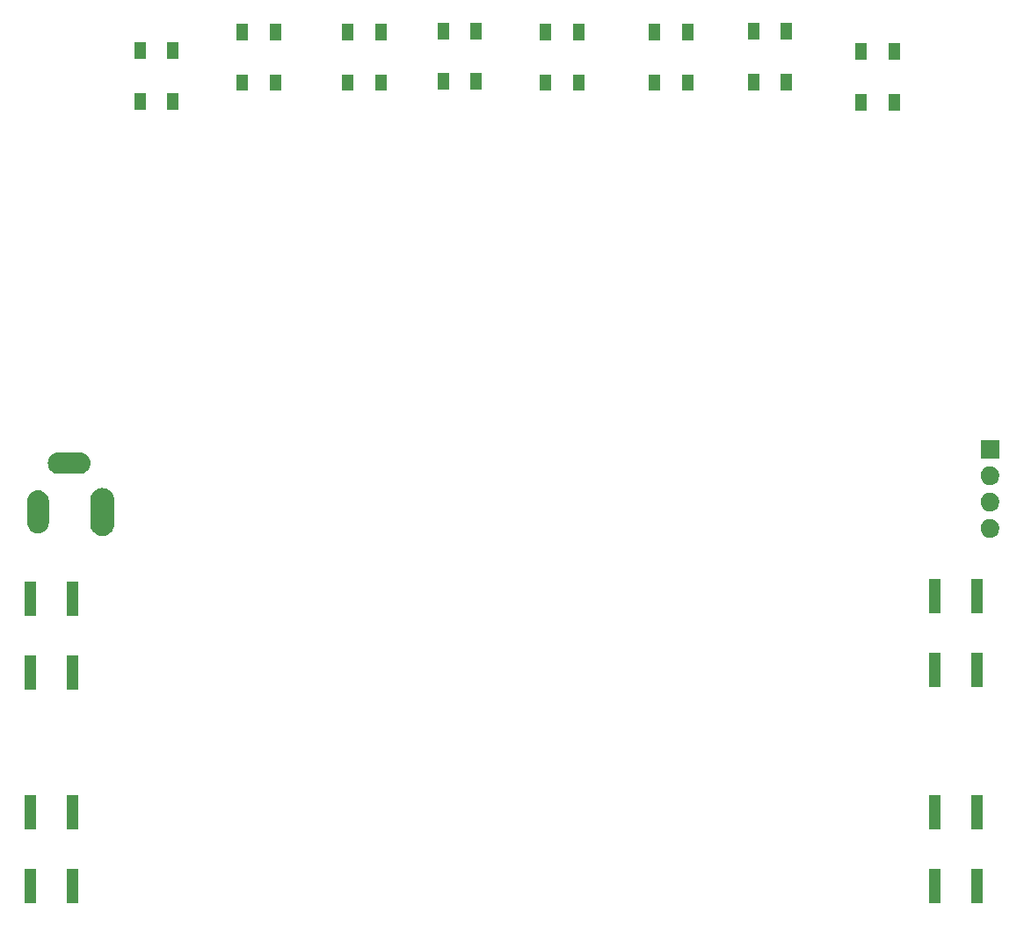
<source format=gbr>
%TF.GenerationSoftware,KiCad,Pcbnew,(5.1.5)-3*%
%TF.CreationDate,2020-05-13T22:14:54+03:00*%
%TF.ProjectId,dash-board,64617368-2d62-46f6-9172-642e6b696361,rev?*%
%TF.SameCoordinates,Original*%
%TF.FileFunction,Soldermask,Top*%
%TF.FilePolarity,Negative*%
%FSLAX46Y46*%
G04 Gerber Fmt 4.6, Leading zero omitted, Abs format (unit mm)*
G04 Created by KiCad (PCBNEW (5.1.5)-3) date 2020-05-13 22:14:54*
%MOMM*%
%LPD*%
G04 APERTURE LIST*
%ADD10C,0.100000*%
G04 APERTURE END LIST*
D10*
G36*
X145267000Y-138071000D02*
G01*
X144165000Y-138071000D01*
X144165000Y-134769000D01*
X145267000Y-134769000D01*
X145267000Y-138071000D01*
G37*
G36*
X54145000Y-138071000D02*
G01*
X53043000Y-138071000D01*
X53043000Y-134769000D01*
X54145000Y-134769000D01*
X54145000Y-138071000D01*
G37*
G36*
X58145000Y-138071000D02*
G01*
X57043000Y-138071000D01*
X57043000Y-134769000D01*
X58145000Y-134769000D01*
X58145000Y-138071000D01*
G37*
G36*
X141267000Y-138071000D02*
G01*
X140165000Y-138071000D01*
X140165000Y-134769000D01*
X141267000Y-134769000D01*
X141267000Y-138071000D01*
G37*
G36*
X141267000Y-130931000D02*
G01*
X140165000Y-130931000D01*
X140165000Y-127629000D01*
X141267000Y-127629000D01*
X141267000Y-130931000D01*
G37*
G36*
X54145000Y-130931000D02*
G01*
X53043000Y-130931000D01*
X53043000Y-127629000D01*
X54145000Y-127629000D01*
X54145000Y-130931000D01*
G37*
G36*
X58195000Y-130921000D02*
G01*
X57093000Y-130921000D01*
X57093000Y-127619000D01*
X58195000Y-127619000D01*
X58195000Y-130921000D01*
G37*
G36*
X145317000Y-130921000D02*
G01*
X144215000Y-130921000D01*
X144215000Y-127619000D01*
X145317000Y-127619000D01*
X145317000Y-130921000D01*
G37*
G36*
X54145000Y-117497000D02*
G01*
X53043000Y-117497000D01*
X53043000Y-114195000D01*
X54145000Y-114195000D01*
X54145000Y-117497000D01*
G37*
G36*
X58145000Y-117497000D02*
G01*
X57043000Y-117497000D01*
X57043000Y-114195000D01*
X58145000Y-114195000D01*
X58145000Y-117497000D01*
G37*
G36*
X141267000Y-117221000D02*
G01*
X140165000Y-117221000D01*
X140165000Y-113919000D01*
X141267000Y-113919000D01*
X141267000Y-117221000D01*
G37*
G36*
X145267000Y-117221000D02*
G01*
X144165000Y-117221000D01*
X144165000Y-113919000D01*
X145267000Y-113919000D01*
X145267000Y-117221000D01*
G37*
G36*
X54145000Y-110357000D02*
G01*
X53043000Y-110357000D01*
X53043000Y-107055000D01*
X54145000Y-107055000D01*
X54145000Y-110357000D01*
G37*
G36*
X58195000Y-110347000D02*
G01*
X57093000Y-110347000D01*
X57093000Y-107045000D01*
X58195000Y-107045000D01*
X58195000Y-110347000D01*
G37*
G36*
X141267000Y-110081000D02*
G01*
X140165000Y-110081000D01*
X140165000Y-106779000D01*
X141267000Y-106779000D01*
X141267000Y-110081000D01*
G37*
G36*
X145317000Y-110071000D02*
G01*
X144215000Y-110071000D01*
X144215000Y-106769000D01*
X145317000Y-106769000D01*
X145317000Y-110071000D01*
G37*
G36*
X146113512Y-101023927D02*
G01*
X146262812Y-101053624D01*
X146426784Y-101121544D01*
X146574354Y-101220147D01*
X146699853Y-101345646D01*
X146798456Y-101493216D01*
X146866376Y-101657188D01*
X146901000Y-101831259D01*
X146901000Y-102008741D01*
X146866376Y-102182812D01*
X146798456Y-102346784D01*
X146699853Y-102494354D01*
X146574354Y-102619853D01*
X146426784Y-102718456D01*
X146262812Y-102786376D01*
X146113512Y-102816073D01*
X146088742Y-102821000D01*
X145911258Y-102821000D01*
X145886488Y-102816073D01*
X145737188Y-102786376D01*
X145573216Y-102718456D01*
X145425646Y-102619853D01*
X145300147Y-102494354D01*
X145201544Y-102346784D01*
X145133624Y-102182812D01*
X145099000Y-102008741D01*
X145099000Y-101831259D01*
X145133624Y-101657188D01*
X145201544Y-101493216D01*
X145300147Y-101345646D01*
X145425646Y-101220147D01*
X145573216Y-101121544D01*
X145737188Y-101053624D01*
X145886488Y-101023927D01*
X145911258Y-101019000D01*
X146088742Y-101019000D01*
X146113512Y-101023927D01*
G37*
G36*
X60728536Y-98046016D02*
G01*
X60950213Y-98113261D01*
X61154512Y-98222461D01*
X61333581Y-98369419D01*
X61480539Y-98548488D01*
X61589739Y-98752787D01*
X61656984Y-98974464D01*
X61674000Y-99147229D01*
X61674000Y-101512771D01*
X61656984Y-101685536D01*
X61589739Y-101907213D01*
X61480539Y-102111512D01*
X61333581Y-102290581D01*
X61154511Y-102437539D01*
X60950212Y-102546739D01*
X60728535Y-102613984D01*
X60498000Y-102636690D01*
X60267464Y-102613984D01*
X60045787Y-102546739D01*
X59841488Y-102437539D01*
X59662419Y-102290581D01*
X59515461Y-102111511D01*
X59406261Y-101907212D01*
X59339016Y-101685535D01*
X59322000Y-101512770D01*
X59322001Y-99147229D01*
X59339017Y-98974464D01*
X59406262Y-98752787D01*
X59515462Y-98548488D01*
X59662420Y-98369419D01*
X59841489Y-98222461D01*
X60045788Y-98113261D01*
X60267465Y-98046016D01*
X60498000Y-98023310D01*
X60728536Y-98046016D01*
G37*
G36*
X54504032Y-98294207D02*
G01*
X54702146Y-98354305D01*
X54702149Y-98354306D01*
X54798975Y-98406061D01*
X54884729Y-98451897D01*
X55044765Y-98583235D01*
X55176103Y-98743271D01*
X55181187Y-98752783D01*
X55273694Y-98925851D01*
X55273695Y-98925854D01*
X55333793Y-99123968D01*
X55349000Y-99278370D01*
X55349000Y-101381630D01*
X55333793Y-101536032D01*
X55297040Y-101657188D01*
X55273694Y-101734149D01*
X55221939Y-101830975D01*
X55176103Y-101916729D01*
X55044765Y-102076765D01*
X54884729Y-102208103D01*
X54768030Y-102270479D01*
X54702148Y-102305694D01*
X54702145Y-102305695D01*
X54504031Y-102365793D01*
X54298000Y-102386085D01*
X54091968Y-102365793D01*
X53893854Y-102305695D01*
X53893851Y-102305694D01*
X53797025Y-102253939D01*
X53711271Y-102208103D01*
X53551235Y-102076765D01*
X53419897Y-101916729D01*
X53322307Y-101734149D01*
X53322306Y-101734148D01*
X53322305Y-101734145D01*
X53262207Y-101536031D01*
X53247000Y-101381629D01*
X53247001Y-99278370D01*
X53262208Y-99123968D01*
X53322306Y-98925854D01*
X53322307Y-98925851D01*
X53414814Y-98752783D01*
X53419898Y-98743271D01*
X53551236Y-98583235D01*
X53711272Y-98451897D01*
X53797026Y-98406061D01*
X53893852Y-98354306D01*
X53893855Y-98354305D01*
X54091969Y-98294207D01*
X54298000Y-98273915D01*
X54504032Y-98294207D01*
G37*
G36*
X146113512Y-98483927D02*
G01*
X146262812Y-98513624D01*
X146426784Y-98581544D01*
X146574354Y-98680147D01*
X146699853Y-98805646D01*
X146798456Y-98953216D01*
X146866376Y-99117188D01*
X146901000Y-99291259D01*
X146901000Y-99468741D01*
X146866376Y-99642812D01*
X146798456Y-99806784D01*
X146699853Y-99954354D01*
X146574354Y-100079853D01*
X146426784Y-100178456D01*
X146262812Y-100246376D01*
X146113512Y-100276073D01*
X146088742Y-100281000D01*
X145911258Y-100281000D01*
X145886488Y-100276073D01*
X145737188Y-100246376D01*
X145573216Y-100178456D01*
X145425646Y-100079853D01*
X145300147Y-99954354D01*
X145201544Y-99806784D01*
X145133624Y-99642812D01*
X145099000Y-99468741D01*
X145099000Y-99291259D01*
X145133624Y-99117188D01*
X145201544Y-98953216D01*
X145300147Y-98805646D01*
X145425646Y-98680147D01*
X145573216Y-98581544D01*
X145737188Y-98513624D01*
X145886488Y-98483927D01*
X145911258Y-98479000D01*
X146088742Y-98479000D01*
X146113512Y-98483927D01*
G37*
G36*
X146113512Y-95943927D02*
G01*
X146262812Y-95973624D01*
X146426784Y-96041544D01*
X146574354Y-96140147D01*
X146699853Y-96265646D01*
X146798456Y-96413216D01*
X146866376Y-96577188D01*
X146901000Y-96751259D01*
X146901000Y-96928741D01*
X146866376Y-97102812D01*
X146798456Y-97266784D01*
X146699853Y-97414354D01*
X146574354Y-97539853D01*
X146426784Y-97638456D01*
X146262812Y-97706376D01*
X146113512Y-97736073D01*
X146088742Y-97741000D01*
X145911258Y-97741000D01*
X145886488Y-97736073D01*
X145737188Y-97706376D01*
X145573216Y-97638456D01*
X145425646Y-97539853D01*
X145300147Y-97414354D01*
X145201544Y-97266784D01*
X145133624Y-97102812D01*
X145099000Y-96928741D01*
X145099000Y-96751259D01*
X145133624Y-96577188D01*
X145201544Y-96413216D01*
X145300147Y-96265646D01*
X145425646Y-96140147D01*
X145573216Y-96041544D01*
X145737188Y-95973624D01*
X145886488Y-95943927D01*
X145911258Y-95939000D01*
X146088742Y-95939000D01*
X146113512Y-95943927D01*
G37*
G36*
X58401097Y-94584069D02*
G01*
X58504032Y-94594207D01*
X58702146Y-94654305D01*
X58702149Y-94654306D01*
X58798975Y-94706061D01*
X58884729Y-94751897D01*
X59044765Y-94883235D01*
X59176103Y-95043271D01*
X59221939Y-95129025D01*
X59273694Y-95225851D01*
X59273695Y-95225854D01*
X59333793Y-95423968D01*
X59354085Y-95630000D01*
X59333793Y-95836032D01*
X59292054Y-95973624D01*
X59273694Y-96034149D01*
X59269741Y-96041544D01*
X59176103Y-96216729D01*
X59044765Y-96376765D01*
X58884729Y-96508103D01*
X58798975Y-96553939D01*
X58702149Y-96605694D01*
X58702146Y-96605695D01*
X58504032Y-96665793D01*
X58401097Y-96675931D01*
X58349631Y-96681000D01*
X56246369Y-96681000D01*
X56194903Y-96675931D01*
X56091968Y-96665793D01*
X55893854Y-96605695D01*
X55893851Y-96605694D01*
X55797025Y-96553939D01*
X55711271Y-96508103D01*
X55551235Y-96376765D01*
X55419897Y-96216729D01*
X55326259Y-96041544D01*
X55322306Y-96034149D01*
X55303946Y-95973624D01*
X55262207Y-95836032D01*
X55241915Y-95630000D01*
X55262207Y-95423968D01*
X55322305Y-95225854D01*
X55322306Y-95225851D01*
X55374061Y-95129025D01*
X55419897Y-95043271D01*
X55551235Y-94883235D01*
X55711271Y-94751897D01*
X55797025Y-94706061D01*
X55893851Y-94654306D01*
X55893854Y-94654305D01*
X56091968Y-94594207D01*
X56194903Y-94584069D01*
X56246369Y-94579000D01*
X58349631Y-94579000D01*
X58401097Y-94584069D01*
G37*
G36*
X146901000Y-95201000D02*
G01*
X145099000Y-95201000D01*
X145099000Y-93399000D01*
X146901000Y-93399000D01*
X146901000Y-95201000D01*
G37*
G36*
X137335080Y-61679720D02*
G01*
X136233080Y-61679720D01*
X136233080Y-60077720D01*
X137335080Y-60077720D01*
X137335080Y-61679720D01*
G37*
G36*
X134135080Y-61679720D02*
G01*
X133033080Y-61679720D01*
X133033080Y-60077720D01*
X134135080Y-60077720D01*
X134135080Y-61679720D01*
G37*
G36*
X67861000Y-61581000D02*
G01*
X66759000Y-61581000D01*
X66759000Y-59979000D01*
X67861000Y-59979000D01*
X67861000Y-61581000D01*
G37*
G36*
X64661000Y-61581000D02*
G01*
X63559000Y-61581000D01*
X63559000Y-59979000D01*
X64661000Y-59979000D01*
X64661000Y-61581000D01*
G37*
G36*
X74516000Y-59766000D02*
G01*
X73414000Y-59766000D01*
X73414000Y-58164000D01*
X74516000Y-58164000D01*
X74516000Y-59766000D01*
G37*
G36*
X103726000Y-59766000D02*
G01*
X102624000Y-59766000D01*
X102624000Y-58164000D01*
X103726000Y-58164000D01*
X103726000Y-59766000D01*
G37*
G36*
X106926000Y-59766000D02*
G01*
X105824000Y-59766000D01*
X105824000Y-58164000D01*
X106926000Y-58164000D01*
X106926000Y-59766000D01*
G37*
G36*
X77716000Y-59766000D02*
G01*
X76614000Y-59766000D01*
X76614000Y-58164000D01*
X77716000Y-58164000D01*
X77716000Y-59766000D01*
G37*
G36*
X87876000Y-59766000D02*
G01*
X86774000Y-59766000D01*
X86774000Y-58164000D01*
X87876000Y-58164000D01*
X87876000Y-59766000D01*
G37*
G36*
X117416000Y-59766000D02*
G01*
X116314000Y-59766000D01*
X116314000Y-58164000D01*
X117416000Y-58164000D01*
X117416000Y-59766000D01*
G37*
G36*
X84676000Y-59766000D02*
G01*
X83574000Y-59766000D01*
X83574000Y-58164000D01*
X84676000Y-58164000D01*
X84676000Y-59766000D01*
G37*
G36*
X114216000Y-59766000D02*
G01*
X113114000Y-59766000D01*
X113114000Y-58164000D01*
X114216000Y-58164000D01*
X114216000Y-59766000D01*
G37*
G36*
X126955000Y-59753500D02*
G01*
X125853000Y-59753500D01*
X125853000Y-58151500D01*
X126955000Y-58151500D01*
X126955000Y-59753500D01*
G37*
G36*
X123755000Y-59753500D02*
G01*
X122653000Y-59753500D01*
X122653000Y-58151500D01*
X123755000Y-58151500D01*
X123755000Y-59753500D01*
G37*
G36*
X93871000Y-59676000D02*
G01*
X92769000Y-59676000D01*
X92769000Y-58074000D01*
X93871000Y-58074000D01*
X93871000Y-59676000D01*
G37*
G36*
X97071000Y-59676000D02*
G01*
X95969000Y-59676000D01*
X95969000Y-58074000D01*
X97071000Y-58074000D01*
X97071000Y-59676000D01*
G37*
G36*
X137335080Y-56779720D02*
G01*
X136233080Y-56779720D01*
X136233080Y-55177720D01*
X137335080Y-55177720D01*
X137335080Y-56779720D01*
G37*
G36*
X134135080Y-56779720D02*
G01*
X133033080Y-56779720D01*
X133033080Y-55177720D01*
X134135080Y-55177720D01*
X134135080Y-56779720D01*
G37*
G36*
X64661000Y-56681000D02*
G01*
X63559000Y-56681000D01*
X63559000Y-55079000D01*
X64661000Y-55079000D01*
X64661000Y-56681000D01*
G37*
G36*
X67861000Y-56681000D02*
G01*
X66759000Y-56681000D01*
X66759000Y-55079000D01*
X67861000Y-55079000D01*
X67861000Y-56681000D01*
G37*
G36*
X114216000Y-54866000D02*
G01*
X113114000Y-54866000D01*
X113114000Y-53264000D01*
X114216000Y-53264000D01*
X114216000Y-54866000D01*
G37*
G36*
X106926000Y-54866000D02*
G01*
X105824000Y-54866000D01*
X105824000Y-53264000D01*
X106926000Y-53264000D01*
X106926000Y-54866000D01*
G37*
G36*
X77716000Y-54866000D02*
G01*
X76614000Y-54866000D01*
X76614000Y-53264000D01*
X77716000Y-53264000D01*
X77716000Y-54866000D01*
G37*
G36*
X103726000Y-54866000D02*
G01*
X102624000Y-54866000D01*
X102624000Y-53264000D01*
X103726000Y-53264000D01*
X103726000Y-54866000D01*
G37*
G36*
X74516000Y-54866000D02*
G01*
X73414000Y-54866000D01*
X73414000Y-53264000D01*
X74516000Y-53264000D01*
X74516000Y-54866000D01*
G37*
G36*
X84676000Y-54866000D02*
G01*
X83574000Y-54866000D01*
X83574000Y-53264000D01*
X84676000Y-53264000D01*
X84676000Y-54866000D01*
G37*
G36*
X87876000Y-54866000D02*
G01*
X86774000Y-54866000D01*
X86774000Y-53264000D01*
X87876000Y-53264000D01*
X87876000Y-54866000D01*
G37*
G36*
X117416000Y-54866000D02*
G01*
X116314000Y-54866000D01*
X116314000Y-53264000D01*
X117416000Y-53264000D01*
X117416000Y-54866000D01*
G37*
G36*
X126955000Y-54853500D02*
G01*
X125853000Y-54853500D01*
X125853000Y-53251500D01*
X126955000Y-53251500D01*
X126955000Y-54853500D01*
G37*
G36*
X123755000Y-54853500D02*
G01*
X122653000Y-54853500D01*
X122653000Y-53251500D01*
X123755000Y-53251500D01*
X123755000Y-54853500D01*
G37*
G36*
X97071000Y-54776000D02*
G01*
X95969000Y-54776000D01*
X95969000Y-53174000D01*
X97071000Y-53174000D01*
X97071000Y-54776000D01*
G37*
G36*
X93871000Y-54776000D02*
G01*
X92769000Y-54776000D01*
X92769000Y-53174000D01*
X93871000Y-53174000D01*
X93871000Y-54776000D01*
G37*
M02*

</source>
